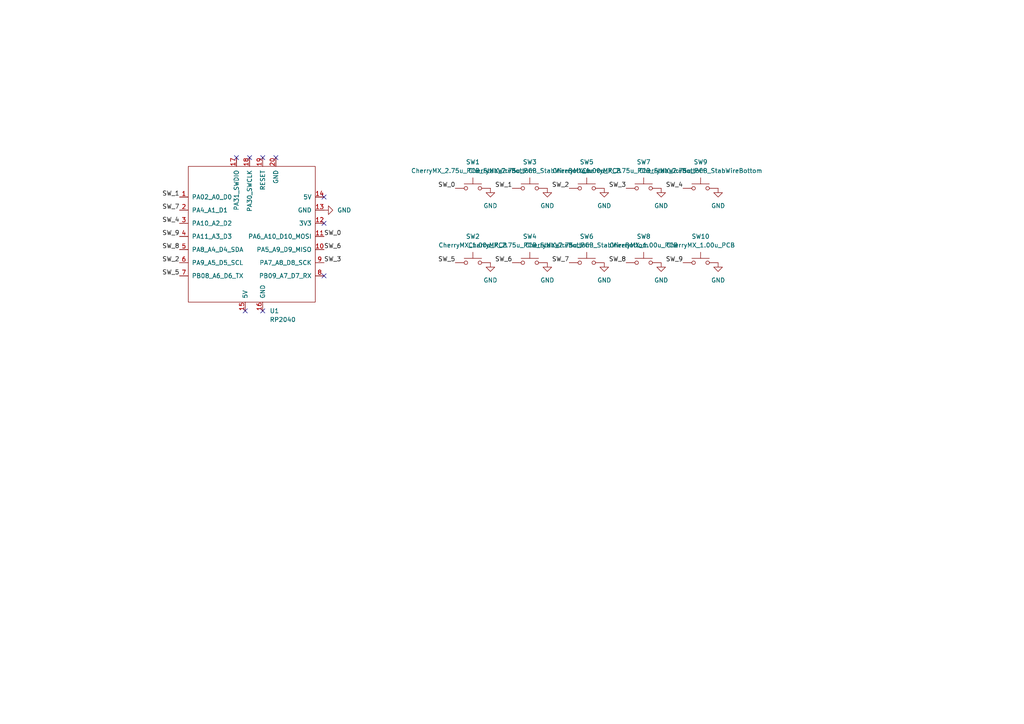
<source format=kicad_sch>
(kicad_sch (version 20211123) (generator eeschema)

  (uuid e63e39d7-6ac0-4ffd-8aa3-1841a4541b55)

  (paper "A4")

  (lib_symbols
    (symbol "Seeeduino XIAO:SeeeduinoXIAO" (pin_names (offset 1.016)) (in_bom yes) (on_board yes)
      (property "Reference" "U" (id 0) (at -19.05 22.86 0)
        (effects (font (size 1.27 1.27)))
      )
      (property "Value" "SeeeduinoXIAO" (id 1) (at -12.7 21.59 0)
        (effects (font (size 1.27 1.27)))
      )
      (property "Footprint" "" (id 2) (at -8.89 5.08 0)
        (effects (font (size 1.27 1.27)) hide)
      )
      (property "Datasheet" "" (id 3) (at -8.89 5.08 0)
        (effects (font (size 1.27 1.27)) hide)
      )
      (symbol "SeeeduinoXIAO_0_1"
        (rectangle (start -19.05 20.32) (end 17.78 -19.05)
          (stroke (width 0) (type default) (color 0 0 0 0))
          (fill (type none))
        )
      )
      (symbol "SeeeduinoXIAO_1_1"
        (pin unspecified line (at -21.59 11.43 0) (length 2.54)
          (name "PA02_A0_D0" (effects (font (size 1.27 1.27))))
          (number "1" (effects (font (size 1.27 1.27))))
        )
        (pin unspecified line (at 20.32 -3.81 180) (length 2.54)
          (name "PA5_A9_D9_MISO" (effects (font (size 1.27 1.27))))
          (number "10" (effects (font (size 1.27 1.27))))
        )
        (pin unspecified line (at 20.32 0 180) (length 2.54)
          (name "PA6_A10_D10_MOSI" (effects (font (size 1.27 1.27))))
          (number "11" (effects (font (size 1.27 1.27))))
        )
        (pin unspecified line (at 20.32 3.81 180) (length 2.54)
          (name "3V3" (effects (font (size 1.27 1.27))))
          (number "12" (effects (font (size 1.27 1.27))))
        )
        (pin unspecified line (at 20.32 7.62 180) (length 2.54)
          (name "GND" (effects (font (size 1.27 1.27))))
          (number "13" (effects (font (size 1.27 1.27))))
        )
        (pin unspecified line (at 20.32 11.43 180) (length 2.54)
          (name "5V" (effects (font (size 1.27 1.27))))
          (number "14" (effects (font (size 1.27 1.27))))
        )
        (pin input line (at -2.54 -21.59 90) (length 2.54)
          (name "5V" (effects (font (size 1.27 1.27))))
          (number "15" (effects (font (size 1.27 1.27))))
        )
        (pin input line (at 2.54 -21.59 90) (length 2.54)
          (name "GND" (effects (font (size 1.27 1.27))))
          (number "16" (effects (font (size 1.27 1.27))))
        )
        (pin input line (at -5.08 22.86 270) (length 2.54)
          (name "PA31_SWDIO" (effects (font (size 1.27 1.27))))
          (number "17" (effects (font (size 1.27 1.27))))
        )
        (pin input line (at -1.27 22.86 270) (length 2.54)
          (name "PA30_SWCLK" (effects (font (size 1.27 1.27))))
          (number "18" (effects (font (size 1.27 1.27))))
        )
        (pin input line (at 2.54 22.86 270) (length 2.54)
          (name "RESET" (effects (font (size 1.27 1.27))))
          (number "19" (effects (font (size 1.27 1.27))))
        )
        (pin unspecified line (at -21.59 7.62 0) (length 2.54)
          (name "PA4_A1_D1" (effects (font (size 1.27 1.27))))
          (number "2" (effects (font (size 1.27 1.27))))
        )
        (pin input line (at 6.35 22.86 270) (length 2.54)
          (name "GND" (effects (font (size 1.27 1.27))))
          (number "20" (effects (font (size 1.27 1.27))))
        )
        (pin unspecified line (at -21.59 3.81 0) (length 2.54)
          (name "PA10_A2_D2" (effects (font (size 1.27 1.27))))
          (number "3" (effects (font (size 1.27 1.27))))
        )
        (pin unspecified line (at -21.59 0 0) (length 2.54)
          (name "PA11_A3_D3" (effects (font (size 1.27 1.27))))
          (number "4" (effects (font (size 1.27 1.27))))
        )
        (pin unspecified line (at -21.59 -3.81 0) (length 2.54)
          (name "PA8_A4_D4_SDA" (effects (font (size 1.27 1.27))))
          (number "5" (effects (font (size 1.27 1.27))))
        )
        (pin unspecified line (at -21.59 -7.62 0) (length 2.54)
          (name "PA9_A5_D5_SCL" (effects (font (size 1.27 1.27))))
          (number "6" (effects (font (size 1.27 1.27))))
        )
        (pin unspecified line (at -21.59 -11.43 0) (length 2.54)
          (name "PB08_A6_D6_TX" (effects (font (size 1.27 1.27))))
          (number "7" (effects (font (size 1.27 1.27))))
        )
        (pin unspecified line (at 20.32 -11.43 180) (length 2.54)
          (name "PB09_A7_D7_RX" (effects (font (size 1.27 1.27))))
          (number "8" (effects (font (size 1.27 1.27))))
        )
        (pin unspecified line (at 20.32 -7.62 180) (length 2.54)
          (name "PA7_A8_D8_SCK" (effects (font (size 1.27 1.27))))
          (number "9" (effects (font (size 1.27 1.27))))
        )
      )
    )
    (symbol "Switch:SW_Push" (pin_numbers hide) (pin_names (offset 1.016) hide) (in_bom yes) (on_board yes)
      (property "Reference" "SW" (id 0) (at 1.27 2.54 0)
        (effects (font (size 1.27 1.27)) (justify left))
      )
      (property "Value" "SW_Push" (id 1) (at 0 -1.524 0)
        (effects (font (size 1.27 1.27)))
      )
      (property "Footprint" "" (id 2) (at 0 5.08 0)
        (effects (font (size 1.27 1.27)) hide)
      )
      (property "Datasheet" "~" (id 3) (at 0 5.08 0)
        (effects (font (size 1.27 1.27)) hide)
      )
      (property "ki_keywords" "switch normally-open pushbutton push-button" (id 4) (at 0 0 0)
        (effects (font (size 1.27 1.27)) hide)
      )
      (property "ki_description" "Push button switch, generic, two pins" (id 5) (at 0 0 0)
        (effects (font (size 1.27 1.27)) hide)
      )
      (symbol "SW_Push_0_1"
        (circle (center -2.032 0) (radius 0.508)
          (stroke (width 0) (type default) (color 0 0 0 0))
          (fill (type none))
        )
        (polyline
          (pts
            (xy 0 1.27)
            (xy 0 3.048)
          )
          (stroke (width 0) (type default) (color 0 0 0 0))
          (fill (type none))
        )
        (polyline
          (pts
            (xy 2.54 1.27)
            (xy -2.54 1.27)
          )
          (stroke (width 0) (type default) (color 0 0 0 0))
          (fill (type none))
        )
        (circle (center 2.032 0) (radius 0.508)
          (stroke (width 0) (type default) (color 0 0 0 0))
          (fill (type none))
        )
        (pin passive line (at -5.08 0 0) (length 2.54)
          (name "1" (effects (font (size 1.27 1.27))))
          (number "1" (effects (font (size 1.27 1.27))))
        )
        (pin passive line (at 5.08 0 180) (length 2.54)
          (name "2" (effects (font (size 1.27 1.27))))
          (number "2" (effects (font (size 1.27 1.27))))
        )
      )
    )
    (symbol "power:GND" (power) (pin_names (offset 0)) (in_bom yes) (on_board yes)
      (property "Reference" "#PWR" (id 0) (at 0 -6.35 0)
        (effects (font (size 1.27 1.27)) hide)
      )
      (property "Value" "GND" (id 1) (at 0 -3.81 0)
        (effects (font (size 1.27 1.27)))
      )
      (property "Footprint" "" (id 2) (at 0 0 0)
        (effects (font (size 1.27 1.27)) hide)
      )
      (property "Datasheet" "" (id 3) (at 0 0 0)
        (effects (font (size 1.27 1.27)) hide)
      )
      (property "ki_keywords" "power-flag" (id 4) (at 0 0 0)
        (effects (font (size 1.27 1.27)) hide)
      )
      (property "ki_description" "Power symbol creates a global label with name \"GND\" , ground" (id 5) (at 0 0 0)
        (effects (font (size 1.27 1.27)) hide)
      )
      (symbol "GND_0_1"
        (polyline
          (pts
            (xy 0 0)
            (xy 0 -1.27)
            (xy 1.27 -1.27)
            (xy 0 -2.54)
            (xy -1.27 -1.27)
            (xy 0 -1.27)
          )
          (stroke (width 0) (type default) (color 0 0 0 0))
          (fill (type none))
        )
      )
      (symbol "GND_1_1"
        (pin power_in line (at 0 0 270) (length 0) hide
          (name "GND" (effects (font (size 1.27 1.27))))
          (number "1" (effects (font (size 1.27 1.27))))
        )
      )
    )
  )


  (no_connect (at 76.2 90.17) (uuid 9bd60de4-6e9e-435b-b169-3598fdfeb731))
  (no_connect (at 68.58 45.72) (uuid 9bd60de4-6e9e-435b-b169-3598fdfeb731))
  (no_connect (at 72.39 45.72) (uuid 9bd60de4-6e9e-435b-b169-3598fdfeb731))
  (no_connect (at 76.2 45.72) (uuid 9bd60de4-6e9e-435b-b169-3598fdfeb731))
  (no_connect (at 80.01 45.72) (uuid 9bd60de4-6e9e-435b-b169-3598fdfeb731))
  (no_connect (at 71.12 90.17) (uuid 9bd60de4-6e9e-435b-b169-3598fdfeb731))
  (no_connect (at 93.98 80.01) (uuid 9bd60de4-6e9e-435b-b169-3598fdfeb731))
  (no_connect (at 93.98 64.77) (uuid 9bd60de4-6e9e-435b-b169-3598fdfeb731))
  (no_connect (at 93.98 57.15) (uuid 9bd60de4-6e9e-435b-b169-3598fdfeb731))

  (label "SW_2" (at 165.1 54.61 180)
    (effects (font (size 1.27 1.27)) (justify right bottom))
    (uuid 0f64b3a5-fd4a-46dd-bdfb-c8e2b95cf443)
  )
  (label "SW_8" (at 181.61 76.2 180)
    (effects (font (size 1.27 1.27)) (justify right bottom))
    (uuid 1b6fb517-13e0-42cd-b04b-63804f0df3bc)
  )
  (label "SW_3" (at 181.61 54.61 180)
    (effects (font (size 1.27 1.27)) (justify right bottom))
    (uuid 1cbee307-356f-41be-acd9-d7fa4e39dcd6)
  )
  (label "SW_3" (at 93.98 76.2 0)
    (effects (font (size 1.27 1.27)) (justify left bottom))
    (uuid 23bc4cc0-752b-492d-bda8-9318c1f92cdc)
  )
  (label "SW_5" (at 132.08 76.2 180)
    (effects (font (size 1.27 1.27)) (justify right bottom))
    (uuid 3faca770-ec72-4b60-b67b-12e796cfe5a3)
  )
  (label "SW_9" (at 198.12 76.2 180)
    (effects (font (size 1.27 1.27)) (justify right bottom))
    (uuid 463d1ca0-118f-4860-ae06-d322526b7caa)
  )
  (label "SW_1" (at 52.07 57.15 180)
    (effects (font (size 1.27 1.27)) (justify right bottom))
    (uuid 568d85bb-5cf1-48ab-bd16-6673802bcb45)
  )
  (label "SW_7" (at 165.1 76.2 180)
    (effects (font (size 1.27 1.27)) (justify right bottom))
    (uuid 5714d353-85e1-454f-ba07-9f1e48d2e687)
  )
  (label "SW_4" (at 198.12 54.61 180)
    (effects (font (size 1.27 1.27)) (justify right bottom))
    (uuid 6705388d-f9b5-4136-a4bb-28f513b11183)
  )
  (label "SW_4" (at 52.07 64.77 180)
    (effects (font (size 1.27 1.27)) (justify right bottom))
    (uuid 71025407-f32c-480a-88f3-20ced1004cc3)
  )
  (label "SW_9" (at 52.07 68.58 180)
    (effects (font (size 1.27 1.27)) (justify right bottom))
    (uuid 72365bc5-fb15-4719-ae00-71d624e2592c)
  )
  (label "SW_7" (at 52.07 60.96 180)
    (effects (font (size 1.27 1.27)) (justify right bottom))
    (uuid 8b0b26ae-b085-40ab-af59-abaa105d013a)
  )
  (label "SW_6" (at 93.98 72.39 0)
    (effects (font (size 1.27 1.27)) (justify left bottom))
    (uuid 90ee8253-31a4-4fa8-b618-ecf8c3e336cf)
  )
  (label "SW_6" (at 148.59 76.2 180)
    (effects (font (size 1.27 1.27)) (justify right bottom))
    (uuid 96304449-4e10-4ed3-bc9c-d2d1e98d3eec)
  )
  (label "SW_0" (at 132.08 54.61 180)
    (effects (font (size 1.27 1.27)) (justify right bottom))
    (uuid 9b769915-7fb6-45a8-b232-035dd1e5e41d)
  )
  (label "SW_0" (at 93.98 68.58 0)
    (effects (font (size 1.27 1.27)) (justify left bottom))
    (uuid a0794c81-8475-42ad-b9de-ab590a5d7603)
  )
  (label "SW_2" (at 52.07 76.2 180)
    (effects (font (size 1.27 1.27)) (justify right bottom))
    (uuid e1eed267-16cf-4cb1-bacd-adbf60f60780)
  )
  (label "SW_5" (at 52.07 80.01 180)
    (effects (font (size 1.27 1.27)) (justify right bottom))
    (uuid e3fe3b2f-b8d5-461e-898a-e2152e4d40d4)
  )
  (label "SW_1" (at 148.59 54.61 180)
    (effects (font (size 1.27 1.27)) (justify right bottom))
    (uuid e698b37a-b761-4709-acc2-42819b40572b)
  )
  (label "SW_8" (at 52.07 72.39 180)
    (effects (font (size 1.27 1.27)) (justify right bottom))
    (uuid ef051172-0855-4b63-a2d2-5504e0951d89)
  )

  (symbol (lib_id "Switch:SW_Push") (at 137.16 76.2 0) (unit 1)
    (in_bom yes) (on_board yes) (fields_autoplaced)
    (uuid 0ae9a38a-f5bb-484c-8ca5-aed23c105d6b)
    (property "Reference" "SW2" (id 0) (at 137.16 68.58 0))
    (property "Value" "CherryMX_1.00u_PCB" (id 1) (at 137.16 71.12 0))
    (property "Footprint" "CherryMX_PCB:CherryMX_1.00u_PCB" (id 2) (at 137.16 71.12 0)
      (effects (font (size 1.27 1.27)) hide)
    )
    (property "Datasheet" "~" (id 3) (at 137.16 71.12 0)
      (effects (font (size 1.27 1.27)) hide)
    )
    (pin "1" (uuid fddf8a07-d315-4137-a0c9-ebe1f6691689))
    (pin "2" (uuid 16d9c4ca-c638-4d1d-8340-e7aab316f93c))
  )

  (symbol (lib_id "Switch:SW_Push") (at 203.2 76.2 0) (unit 1)
    (in_bom yes) (on_board yes) (fields_autoplaced)
    (uuid 103b6b10-7824-4780-9bca-af85f3068bfd)
    (property "Reference" "SW10" (id 0) (at 203.2 68.58 0))
    (property "Value" "CherryMX_1.00u_PCB" (id 1) (at 203.2 71.12 0))
    (property "Footprint" "CherryMX_PCB:CherryMX_1.00u_PCB" (id 2) (at 203.2 71.12 0)
      (effects (font (size 1.27 1.27)) hide)
    )
    (property "Datasheet" "~" (id 3) (at 203.2 71.12 0)
      (effects (font (size 1.27 1.27)) hide)
    )
    (pin "1" (uuid dc22beaa-3770-45fc-8e6a-2a19bc804ffa))
    (pin "2" (uuid 61bd59d1-36ef-4b2e-a921-45f919130025))
  )

  (symbol (lib_id "Switch:SW_Push") (at 170.18 76.2 0) (unit 1)
    (in_bom yes) (on_board yes) (fields_autoplaced)
    (uuid 22ca8f0e-37d5-4be6-94dd-775c3f98873e)
    (property "Reference" "SW6" (id 0) (at 170.18 68.58 0))
    (property "Value" "CherryMX_2.75u_PCB_StabWireBottom" (id 1) (at 170.18 71.12 0))
    (property "Footprint" "CherryMX_PCB_StabWireBottom:CherryMX_2.75u_PCB_StabWireBottom" (id 2) (at 170.18 71.12 0)
      (effects (font (size 1.27 1.27)) hide)
    )
    (property "Datasheet" "~" (id 3) (at 170.18 71.12 0)
      (effects (font (size 1.27 1.27)) hide)
    )
    (pin "1" (uuid e7d9c281-9bd7-41b6-b233-c259a812f5a2))
    (pin "2" (uuid 62f8bfd1-d96f-47fe-9845-16b56a6c3ae3))
  )

  (symbol (lib_id "power:GND") (at 191.77 76.2 0) (unit 1)
    (in_bom yes) (on_board yes) (fields_autoplaced)
    (uuid 28b9d4c1-5f1d-4031-b28a-da1dd87ee29e)
    (property "Reference" "#PWR0107" (id 0) (at 191.77 82.55 0)
      (effects (font (size 1.27 1.27)) hide)
    )
    (property "Value" "GND" (id 1) (at 191.77 81.28 0))
    (property "Footprint" "" (id 2) (at 191.77 76.2 0)
      (effects (font (size 1.27 1.27)) hide)
    )
    (property "Datasheet" "" (id 3) (at 191.77 76.2 0)
      (effects (font (size 1.27 1.27)) hide)
    )
    (pin "1" (uuid 0d2d28b1-ddd8-4778-911c-035142b98ffb))
  )

  (symbol (lib_id "power:GND") (at 142.24 54.61 0) (unit 1)
    (in_bom yes) (on_board yes) (fields_autoplaced)
    (uuid 34683c56-239f-4e5b-8dda-a7895b1c665d)
    (property "Reference" "#PWR0104" (id 0) (at 142.24 60.96 0)
      (effects (font (size 1.27 1.27)) hide)
    )
    (property "Value" "GND" (id 1) (at 142.24 59.69 0))
    (property "Footprint" "" (id 2) (at 142.24 54.61 0)
      (effects (font (size 1.27 1.27)) hide)
    )
    (property "Datasheet" "" (id 3) (at 142.24 54.61 0)
      (effects (font (size 1.27 1.27)) hide)
    )
    (pin "1" (uuid 45e6accc-9fc9-47bc-bc2f-8fd598270ac9))
  )

  (symbol (lib_id "power:GND") (at 93.98 60.96 90) (unit 1)
    (in_bom yes) (on_board yes) (fields_autoplaced)
    (uuid 36dc1f41-3d37-4a78-97ea-0ef432d34eb6)
    (property "Reference" "#PWR0101" (id 0) (at 100.33 60.96 0)
      (effects (font (size 1.27 1.27)) hide)
    )
    (property "Value" "GND" (id 1) (at 97.79 60.9599 90)
      (effects (font (size 1.27 1.27)) (justify right))
    )
    (property "Footprint" "" (id 2) (at 93.98 60.96 0)
      (effects (font (size 1.27 1.27)) hide)
    )
    (property "Datasheet" "" (id 3) (at 93.98 60.96 0)
      (effects (font (size 1.27 1.27)) hide)
    )
    (pin "1" (uuid 625b5d4d-7850-4e26-a4c6-6430a9ed459f))
  )

  (symbol (lib_id "power:GND") (at 208.28 76.2 0) (unit 1)
    (in_bom yes) (on_board yes) (fields_autoplaced)
    (uuid 38614e67-37cb-46a8-ba53-40834a5ba347)
    (property "Reference" "#PWR0108" (id 0) (at 208.28 82.55 0)
      (effects (font (size 1.27 1.27)) hide)
    )
    (property "Value" "GND" (id 1) (at 208.28 81.28 0))
    (property "Footprint" "" (id 2) (at 208.28 76.2 0)
      (effects (font (size 1.27 1.27)) hide)
    )
    (property "Datasheet" "" (id 3) (at 208.28 76.2 0)
      (effects (font (size 1.27 1.27)) hide)
    )
    (pin "1" (uuid d6dea84a-6626-4092-bfe9-2e9cf546c670))
  )

  (symbol (lib_id "Switch:SW_Push") (at 186.69 76.2 0) (unit 1)
    (in_bom yes) (on_board yes) (fields_autoplaced)
    (uuid 4246300f-2ac1-44e5-ada8-877981274f31)
    (property "Reference" "SW8" (id 0) (at 186.69 68.58 0))
    (property "Value" "CherryMX_1.00u_PCB" (id 1) (at 186.69 71.12 0))
    (property "Footprint" "CherryMX_PCB:CherryMX_1.00u_PCB" (id 2) (at 186.69 71.12 0)
      (effects (font (size 1.27 1.27)) hide)
    )
    (property "Datasheet" "~" (id 3) (at 186.69 71.12 0)
      (effects (font (size 1.27 1.27)) hide)
    )
    (pin "1" (uuid 8b67b201-acf5-4af3-94d6-f490446bdae0))
    (pin "2" (uuid 2eb0b62a-bb06-41fe-85bf-a4132dc22740))
  )

  (symbol (lib_id "Seeeduino XIAO:SeeeduinoXIAO") (at 73.66 68.58 0) (unit 1)
    (in_bom yes) (on_board yes) (fields_autoplaced)
    (uuid 4bbf0ff0-6bc1-4edc-874a-8daf2a03e25a)
    (property "Reference" "U1" (id 0) (at 78.2194 90.17 0)
      (effects (font (size 1.27 1.27)) (justify left))
    )
    (property "Value" "RP2040" (id 1) (at 78.2194 92.71 0)
      (effects (font (size 1.27 1.27)) (justify left))
    )
    (property "Footprint" "herringbone_macro_pad:Seeeduino XIAO-MOUDLE14P-2.54-21X17.8MM" (id 2) (at 64.77 63.5 0)
      (effects (font (size 1.27 1.27)) hide)
    )
    (property "Datasheet" "" (id 3) (at 64.77 63.5 0)
      (effects (font (size 1.27 1.27)) hide)
    )
    (pin "1" (uuid 811fea5e-41a4-4468-b43c-40c6d5b1170c))
    (pin "10" (uuid 10c744ae-7a8d-41e7-95ed-14acf2dde0fb))
    (pin "11" (uuid 7d8a34cc-9207-4cc8-bd79-8c32e566bbe8))
    (pin "12" (uuid a424f0ef-17c4-40f2-b8b4-e9a162f7aaf6))
    (pin "13" (uuid 229f028e-b430-455a-8a26-7f9803b5d1bd))
    (pin "14" (uuid 7a13261e-3106-4ec8-8ee8-2f2ced497006))
    (pin "15" (uuid 7c89053f-60d0-48f8-bd17-049acbc3d8d4))
    (pin "16" (uuid 6164ddd4-98ad-4e32-b191-f2b0df2f391b))
    (pin "17" (uuid 4462060c-a612-417d-827f-4b55df342bf8))
    (pin "18" (uuid ac1b48f0-98fe-4cff-beb1-b7cdf9a57961))
    (pin "19" (uuid 6a72f44e-fd05-4ae8-bfc4-2d9973b480bf))
    (pin "2" (uuid 242900da-b199-4f5b-bc7b-04ff4c09e006))
    (pin "20" (uuid b6f61e2b-734d-4c78-b390-72082938adf7))
    (pin "3" (uuid fb77cdd7-70c3-4e6f-bcf0-b5539bdbd54b))
    (pin "4" (uuid 9257c6d7-bdb1-4145-915a-4b14f8153fe4))
    (pin "5" (uuid 81be2b6e-3ad0-4104-ba2c-20fb64b8b382))
    (pin "6" (uuid d7e40df6-cb93-4241-a0fc-04f98768191d))
    (pin "7" (uuid 98d528a1-e53e-47ea-b95c-23bdac1bec01))
    (pin "8" (uuid 1b9bbd8a-3716-43b8-9dc3-c7756e128190))
    (pin "9" (uuid efbec0dc-7572-49e6-8fbb-10b794b30940))
  )

  (symbol (lib_id "Switch:SW_Push") (at 170.18 54.61 0) (unit 1)
    (in_bom yes) (on_board yes) (fields_autoplaced)
    (uuid 4cfdd1e1-f30f-420d-9a03-56113f347020)
    (property "Reference" "SW5" (id 0) (at 170.18 46.99 0))
    (property "Value" "CherryMX_1.00u_PCB" (id 1) (at 170.18 49.53 0))
    (property "Footprint" "CherryMX_PCB:CherryMX_1.00u_PCB" (id 2) (at 170.18 49.53 0)
      (effects (font (size 1.27 1.27)) hide)
    )
    (property "Datasheet" "~" (id 3) (at 170.18 49.53 0)
      (effects (font (size 1.27 1.27)) hide)
    )
    (pin "1" (uuid 50219ae5-83e6-47ec-aa58-af6511d11d16))
    (pin "2" (uuid e03bd127-57d5-48bc-9646-6f302350f365))
  )

  (symbol (lib_id "power:GND") (at 175.26 76.2 0) (unit 1)
    (in_bom yes) (on_board yes) (fields_autoplaced)
    (uuid 67548c04-5b50-4e4d-bcf9-f3d43467aadb)
    (property "Reference" "#PWR0111" (id 0) (at 175.26 82.55 0)
      (effects (font (size 1.27 1.27)) hide)
    )
    (property "Value" "GND" (id 1) (at 175.26 81.28 0))
    (property "Footprint" "" (id 2) (at 175.26 76.2 0)
      (effects (font (size 1.27 1.27)) hide)
    )
    (property "Datasheet" "" (id 3) (at 175.26 76.2 0)
      (effects (font (size 1.27 1.27)) hide)
    )
    (pin "1" (uuid 04ce42a7-05bc-4029-bc27-b12a50e6b12e))
  )

  (symbol (lib_id "power:GND") (at 142.24 76.2 0) (unit 1)
    (in_bom yes) (on_board yes) (fields_autoplaced)
    (uuid 7c071573-1d0c-4240-8ebd-dd22c130b87a)
    (property "Reference" "#PWR0103" (id 0) (at 142.24 82.55 0)
      (effects (font (size 1.27 1.27)) hide)
    )
    (property "Value" "GND" (id 1) (at 142.24 81.28 0))
    (property "Footprint" "" (id 2) (at 142.24 76.2 0)
      (effects (font (size 1.27 1.27)) hide)
    )
    (property "Datasheet" "" (id 3) (at 142.24 76.2 0)
      (effects (font (size 1.27 1.27)) hide)
    )
    (pin "1" (uuid 49e4b105-1f57-444e-823d-ad69e3b1ee98))
  )

  (symbol (lib_id "Switch:SW_Push") (at 153.67 54.61 0) (unit 1)
    (in_bom yes) (on_board yes) (fields_autoplaced)
    (uuid 976e7fce-251a-48fe-8250-6cf43de34604)
    (property "Reference" "SW3" (id 0) (at 153.67 46.99 0))
    (property "Value" "CherryMX_2.75u_PCB_StabWireBottom" (id 1) (at 153.67 49.53 0))
    (property "Footprint" "CherryMX_PCB_StabWireBottom:CherryMX_2.75u_PCB_StabWireBottom" (id 2) (at 153.67 49.53 0)
      (effects (font (size 1.27 1.27)) hide)
    )
    (property "Datasheet" "~" (id 3) (at 153.67 49.53 0)
      (effects (font (size 1.27 1.27)) hide)
    )
    (pin "1" (uuid 5c0c0131-4536-4960-9b1d-816f8db0c26d))
    (pin "2" (uuid 08e93e79-a336-4ed8-9048-c8a03dfdd793))
  )

  (symbol (lib_id "Switch:SW_Push") (at 186.69 54.61 0) (unit 1)
    (in_bom yes) (on_board yes) (fields_autoplaced)
    (uuid a2fa8c24-ce42-4c84-9a7f-742c203d0972)
    (property "Reference" "SW7" (id 0) (at 186.69 46.99 0))
    (property "Value" "CherryMX_2.75u_PCB_StabWireBottom" (id 1) (at 186.69 49.53 0))
    (property "Footprint" "CherryMX_PCB_StabWireBottom:CherryMX_2.75u_PCB_StabWireBottom" (id 2) (at 186.69 49.53 0)
      (effects (font (size 1.27 1.27)) hide)
    )
    (property "Datasheet" "~" (id 3) (at 186.69 49.53 0)
      (effects (font (size 1.27 1.27)) hide)
    )
    (pin "1" (uuid 8357091e-9888-4514-bbb0-9fdaa108c9ed))
    (pin "2" (uuid 50083542-938e-4e7e-a593-18d8c42387c5))
  )

  (symbol (lib_id "Switch:SW_Push") (at 153.67 76.2 0) (unit 1)
    (in_bom yes) (on_board yes) (fields_autoplaced)
    (uuid a70d7a2e-2222-4fad-832e-ec57bcf7f2a2)
    (property "Reference" "SW4" (id 0) (at 153.67 68.58 0))
    (property "Value" "CherryMX_2.75u_PCB_StabWireBottom" (id 1) (at 153.67 71.12 0))
    (property "Footprint" "CherryMX_PCB_StabWireBottom:CherryMX_2.75u_PCB_StabWireBottom" (id 2) (at 153.67 71.12 0)
      (effects (font (size 1.27 1.27)) hide)
    )
    (property "Datasheet" "~" (id 3) (at 153.67 71.12 0)
      (effects (font (size 1.27 1.27)) hide)
    )
    (pin "1" (uuid d54470f7-f2a6-4113-bc92-3372299b960f))
    (pin "2" (uuid 58403389-c6e4-4779-9b99-2ad745910417))
  )

  (symbol (lib_id "power:GND") (at 158.75 76.2 0) (unit 1)
    (in_bom yes) (on_board yes) (fields_autoplaced)
    (uuid a87b1e86-4996-42a1-b3f0-52f95cd798a2)
    (property "Reference" "#PWR0105" (id 0) (at 158.75 82.55 0)
      (effects (font (size 1.27 1.27)) hide)
    )
    (property "Value" "GND" (id 1) (at 158.75 81.28 0))
    (property "Footprint" "" (id 2) (at 158.75 76.2 0)
      (effects (font (size 1.27 1.27)) hide)
    )
    (property "Datasheet" "" (id 3) (at 158.75 76.2 0)
      (effects (font (size 1.27 1.27)) hide)
    )
    (pin "1" (uuid 9f29458e-1cda-4d4c-b9aa-bacd9e6000ae))
  )

  (symbol (lib_id "power:GND") (at 191.77 54.61 0) (unit 1)
    (in_bom yes) (on_board yes) (fields_autoplaced)
    (uuid beab7025-fcbb-4a69-8daf-3756b9f65395)
    (property "Reference" "#PWR0106" (id 0) (at 191.77 60.96 0)
      (effects (font (size 1.27 1.27)) hide)
    )
    (property "Value" "GND" (id 1) (at 191.77 59.69 0))
    (property "Footprint" "" (id 2) (at 191.77 54.61 0)
      (effects (font (size 1.27 1.27)) hide)
    )
    (property "Datasheet" "" (id 3) (at 191.77 54.61 0)
      (effects (font (size 1.27 1.27)) hide)
    )
    (pin "1" (uuid 1cea2890-28ad-4ffb-b1c0-872fbe65a56e))
  )

  (symbol (lib_id "Switch:SW_Push") (at 137.16 54.61 0) (unit 1)
    (in_bom yes) (on_board yes) (fields_autoplaced)
    (uuid d59a2992-e03e-4564-9425-a192c236124a)
    (property "Reference" "SW1" (id 0) (at 137.16 46.99 0))
    (property "Value" "CherryMX_2.75u_PCB_StabWireBottom" (id 1) (at 137.16 49.53 0))
    (property "Footprint" "CherryMX_PCB_StabWireBottom:CherryMX_2.75u_PCB_StabWireBottom" (id 2) (at 137.16 49.53 0)
      (effects (font (size 1.27 1.27)) hide)
    )
    (property "Datasheet" "~" (id 3) (at 137.16 49.53 0)
      (effects (font (size 1.27 1.27)) hide)
    )
    (pin "1" (uuid 374156f3-8af4-4108-86c9-d41d97221f3b))
    (pin "2" (uuid 8e3ff06a-0bc8-423a-94c8-1a895a015250))
  )

  (symbol (lib_id "power:GND") (at 208.28 54.61 0) (unit 1)
    (in_bom yes) (on_board yes) (fields_autoplaced)
    (uuid d6913a73-cfcc-40f2-a131-30e5275e8e8f)
    (property "Reference" "#PWR0109" (id 0) (at 208.28 60.96 0)
      (effects (font (size 1.27 1.27)) hide)
    )
    (property "Value" "GND" (id 1) (at 208.28 59.69 0))
    (property "Footprint" "" (id 2) (at 208.28 54.61 0)
      (effects (font (size 1.27 1.27)) hide)
    )
    (property "Datasheet" "" (id 3) (at 208.28 54.61 0)
      (effects (font (size 1.27 1.27)) hide)
    )
    (pin "1" (uuid 6096dcb0-0c36-490f-919a-ca68ceaa3208))
  )

  (symbol (lib_id "power:GND") (at 175.26 54.61 0) (unit 1)
    (in_bom yes) (on_board yes) (fields_autoplaced)
    (uuid d8993b3b-2817-431a-ad23-b0d0f00b8e4f)
    (property "Reference" "#PWR0110" (id 0) (at 175.26 60.96 0)
      (effects (font (size 1.27 1.27)) hide)
    )
    (property "Value" "GND" (id 1) (at 175.26 59.69 0))
    (property "Footprint" "" (id 2) (at 175.26 54.61 0)
      (effects (font (size 1.27 1.27)) hide)
    )
    (property "Datasheet" "" (id 3) (at 175.26 54.61 0)
      (effects (font (size 1.27 1.27)) hide)
    )
    (pin "1" (uuid 71338376-4685-4f3e-9631-237ee098deca))
  )

  (symbol (lib_id "Switch:SW_Push") (at 203.2 54.61 0) (unit 1)
    (in_bom yes) (on_board yes) (fields_autoplaced)
    (uuid d8dbba7d-dcf1-4f46-bd3e-72675d6f05e2)
    (property "Reference" "SW9" (id 0) (at 203.2 46.99 0))
    (property "Value" "CherryMX_2.75u_PCB_StabWireBottom" (id 1) (at 203.2 49.53 0))
    (property "Footprint" "CherryMX_PCB_StabWireBottom:CherryMX_2.75u_PCB_StabWireBottom" (id 2) (at 203.2 49.53 0)
      (effects (font (size 1.27 1.27)) hide)
    )
    (property "Datasheet" "~" (id 3) (at 203.2 49.53 0)
      (effects (font (size 1.27 1.27)) hide)
    )
    (pin "1" (uuid b8b52e89-e229-4341-844d-d3d6d3a86c52))
    (pin "2" (uuid 420fe52d-78d7-4699-9750-30ad5ea26219))
  )

  (symbol (lib_id "power:GND") (at 158.75 54.61 0) (unit 1)
    (in_bom yes) (on_board yes) (fields_autoplaced)
    (uuid e6082908-e30b-4631-a8d0-7ca3ea6ae98f)
    (property "Reference" "#PWR0102" (id 0) (at 158.75 60.96 0)
      (effects (font (size 1.27 1.27)) hide)
    )
    (property "Value" "GND" (id 1) (at 158.75 59.69 0))
    (property "Footprint" "" (id 2) (at 158.75 54.61 0)
      (effects (font (size 1.27 1.27)) hide)
    )
    (property "Datasheet" "" (id 3) (at 158.75 54.61 0)
      (effects (font (size 1.27 1.27)) hide)
    )
    (pin "1" (uuid 3326c2ef-d3ff-4d38-af03-875fd6afeed9))
  )

  (sheet_instances
    (path "/" (page "1"))
  )

  (symbol_instances
    (path "/36dc1f41-3d37-4a78-97ea-0ef432d34eb6"
      (reference "#PWR0101") (unit 1) (value "GND") (footprint "")
    )
    (path "/e6082908-e30b-4631-a8d0-7ca3ea6ae98f"
      (reference "#PWR0102") (unit 1) (value "GND") (footprint "")
    )
    (path "/7c071573-1d0c-4240-8ebd-dd22c130b87a"
      (reference "#PWR0103") (unit 1) (value "GND") (footprint "")
    )
    (path "/34683c56-239f-4e5b-8dda-a7895b1c665d"
      (reference "#PWR0104") (unit 1) (value "GND") (footprint "")
    )
    (path "/a87b1e86-4996-42a1-b3f0-52f95cd798a2"
      (reference "#PWR0105") (unit 1) (value "GND") (footprint "")
    )
    (path "/beab7025-fcbb-4a69-8daf-3756b9f65395"
      (reference "#PWR0106") (unit 1) (value "GND") (footprint "")
    )
    (path "/28b9d4c1-5f1d-4031-b28a-da1dd87ee29e"
      (reference "#PWR0107") (unit 1) (value "GND") (footprint "")
    )
    (path "/38614e67-37cb-46a8-ba53-40834a5ba347"
      (reference "#PWR0108") (unit 1) (value "GND") (footprint "")
    )
    (path "/d6913a73-cfcc-40f2-a131-30e5275e8e8f"
      (reference "#PWR0109") (unit 1) (value "GND") (footprint "")
    )
    (path "/d8993b3b-2817-431a-ad23-b0d0f00b8e4f"
      (reference "#PWR0110") (unit 1) (value "GND") (footprint "")
    )
    (path "/67548c04-5b50-4e4d-bcf9-f3d43467aadb"
      (reference "#PWR0111") (unit 1) (value "GND") (footprint "")
    )
    (path "/d59a2992-e03e-4564-9425-a192c236124a"
      (reference "SW1") (unit 1) (value "CherryMX_2.75u_PCB_StabWireBottom") (footprint "CherryMX_PCB_StabWireBottom:CherryMX_2.75u_PCB_StabWireBottom")
    )
    (path "/0ae9a38a-f5bb-484c-8ca5-aed23c105d6b"
      (reference "SW2") (unit 1) (value "CherryMX_1.00u_PCB") (footprint "CherryMX_PCB:CherryMX_1.00u_PCB")
    )
    (path "/976e7fce-251a-48fe-8250-6cf43de34604"
      (reference "SW3") (unit 1) (value "CherryMX_2.75u_PCB_StabWireBottom") (footprint "CherryMX_PCB_StabWireBottom:CherryMX_2.75u_PCB_StabWireBottom")
    )
    (path "/a70d7a2e-2222-4fad-832e-ec57bcf7f2a2"
      (reference "SW4") (unit 1) (value "CherryMX_2.75u_PCB_StabWireBottom") (footprint "CherryMX_PCB_StabWireBottom:CherryMX_2.75u_PCB_StabWireBottom")
    )
    (path "/4cfdd1e1-f30f-420d-9a03-56113f347020"
      (reference "SW5") (unit 1) (value "CherryMX_1.00u_PCB") (footprint "CherryMX_PCB:CherryMX_1.00u_PCB")
    )
    (path "/22ca8f0e-37d5-4be6-94dd-775c3f98873e"
      (reference "SW6") (unit 1) (value "CherryMX_2.75u_PCB_StabWireBottom") (footprint "CherryMX_PCB_StabWireBottom:CherryMX_2.75u_PCB_StabWireBottom")
    )
    (path "/a2fa8c24-ce42-4c84-9a7f-742c203d0972"
      (reference "SW7") (unit 1) (value "CherryMX_2.75u_PCB_StabWireBottom") (footprint "CherryMX_PCB_StabWireBottom:CherryMX_2.75u_PCB_StabWireBottom")
    )
    (path "/4246300f-2ac1-44e5-ada8-877981274f31"
      (reference "SW8") (unit 1) (value "CherryMX_1.00u_PCB") (footprint "CherryMX_PCB:CherryMX_1.00u_PCB")
    )
    (path "/d8dbba7d-dcf1-4f46-bd3e-72675d6f05e2"
      (reference "SW9") (unit 1) (value "CherryMX_2.75u_PCB_StabWireBottom") (footprint "CherryMX_PCB_StabWireBottom:CherryMX_2.75u_PCB_StabWireBottom")
    )
    (path "/103b6b10-7824-4780-9bca-af85f3068bfd"
      (reference "SW10") (unit 1) (value "CherryMX_1.00u_PCB") (footprint "CherryMX_PCB:CherryMX_1.00u_PCB")
    )
    (path "/4bbf0ff0-6bc1-4edc-874a-8daf2a03e25a"
      (reference "U1") (unit 1) (value "RP2040") (footprint "herringbone_macro_pad:Seeeduino XIAO-MOUDLE14P-2.54-21X17.8MM")
    )
  )
)

</source>
